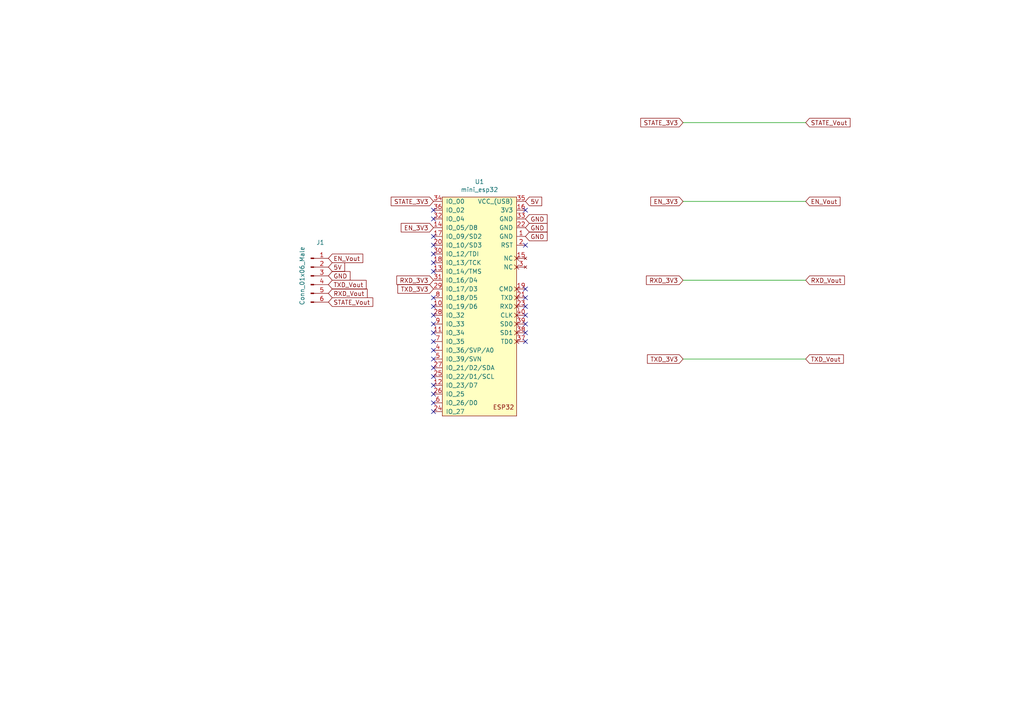
<source format=kicad_sch>
(kicad_sch (version 20211123) (generator eeschema)
  (paper "A4")
  (lib_symbols
    (symbol "Connector:Conn_01x06_Male" (pin_names (offset 1.016) hide)
      (property "Reference" "J" (at 0 7.62 0))
      (property "Value" "Conn_01x06_Male" (at 0 -10.16 0))
      (symbol "Conn_01x06_Male_1_1"
        (polyline (pts (xy 1.27 -7.62) (xy 0.8636 -7.62)) (stroke (width 0.1524)))
        (polyline (pts (xy 1.27 -5.08) (xy 0.8636 -5.08)) (stroke (width 0.1524)))
        (polyline (pts (xy 1.27 -2.54) (xy 0.8636 -2.54)) (stroke (width 0.1524)))
        (polyline (pts (xy 1.27 0) (xy 0.8636 0)) (stroke (width 0.1524)))
        (polyline (pts (xy 1.27 2.54) (xy 0.8636 2.54)) (stroke (width 0.1524)))
        (polyline (pts (xy 1.27 5.08) (xy 0.8636 5.08)) (stroke (width 0.1524)))
        (rectangle (start 0.8636 -7.493) (end 0 -7.747) (stroke (width 0.1524)) (fill (type outline)))
        (rectangle (start 0.8636 -4.953) (end 0 -5.207) (stroke (width 0.1524)) (fill (type outline)))
        (rectangle (start 0.8636 -2.413) (end 0 -2.667) (stroke (width 0.1524)) (fill (type outline)))
        (rectangle (start 0.8636 0.127) (end 0 -0.127) (stroke (width 0.1524)) (fill (type outline)))
        (rectangle (start 0.8636 2.667) (end 0 2.413) (stroke (width 0.1524)) (fill (type outline)))
        (rectangle (start 0.8636 5.207) (end 0 4.953) (stroke (width 0.1524)) (fill (type outline)))
        (pin passive line (at 5.08 5.08 180) (length 3.81) (name "Pin_1") (number "1"))
        (pin passive line (at 5.08 2.54 180) (length 3.81) (name "Pin_2") (number "2"))
        (pin passive line (at 5.08 0 180) (length 3.81) (name "Pin_3") (number "3"))
        (pin passive line (at 5.08 -2.54 180) (length 3.81) (name "Pin_4") (number "4"))
        (pin passive line (at 5.08 -5.08 180) (length 3.81) (name "Pin_5") (number "5"))
        (pin passive line (at 5.08 -7.62 180) (length 3.81) (name "Pin_6") (number "6"))
      )
    )
    (symbol "mk312ws-rescue:mini_esp32-ESP32_mini" (pin_names (offset 1.016))
      (property "Reference" "U" (at -7.62 -50.8 0))
      (property "Value" "mini_esp32-ESP32_mini" (at 5.08 -59.69 0))
      (symbol "mini_esp32-ESP32_mini_0_0"
        (text "ESP32" (at 7.62 -62.23 0) (effects (font (size 1.27 1.27))))
        (pin power_in line (at 13.97 -12.7 180) (length 2.54) (name "GND") (number "1"))
        (pin input line (at 13.97 -15.24 180) (length 2.54) (name "RST") (number "2"))
        (pin no_connect non_logic (at 13.97 -21.59 180) (length 2.54) (name "NC") (number "3"))
        (pin bidirectional line (at -12.7 -45.72 0) (length 2.54) (name "IO_36/SVP/A0") (number "4"))
        (pin bidirectional line (at -12.7 -48.26 0) (length 2.54) (name "IO_39/SVN") (number "5"))
      )
      (symbol "mini_esp32-ESP32_mini_0_1"
        (rectangle (start -10.16 -1.27) (end 11.43 -64.77) (fill (type background)))
      )
      (symbol "mini_esp32-ESP32_mini_1_1"
        (pin bidirectional line (at -12.7 -33.02 0) (length 2.54) (name "IO_19/D6") (number "10"))
        (pin bidirectional line (at -12.7 -40.64 0) (length 2.54) (name "IO_34") (number "11"))
        (pin bidirectional line (at -12.7 -55.88 0) (length 2.54) (name "IO_23/D7") (number "12"))
        (pin bidirectional line (at -12.7 -22.86 0) (length 2.54) (name "IO_14/TMS") (number "13"))
        (pin bidirectional line (at -12.7 -10.16 0) (length 2.54) (name "IO_05/D8") (number "14"))
        (pin no_connect non_logic (at 13.97 -19.05 180) (length 2.54) (name "NC") (number "15"))
        (pin power_in line (at 13.97 -5.08 180) (length 2.54) (name "3V3") (number "16"))
        (pin bidirectional line (at -12.7 -12.7 0) (length 2.54) (name "IO_09/SD2") (number "17"))
        (pin bidirectional line (at -12.7 -20.32 0) (length 2.54) (name "IO_13/TCK") (number "18"))
        (pin passive non_logic (at 13.97 -27.94 180) (length 2.54) (name "CMD") (number "19"))
        (pin bidirectional line (at -12.7 -15.24 0) (length 2.54) (name "IO_10/SD3") (number "20"))
        (pin passive non_logic (at 13.97 -30.48 180) (length 2.54) (name "TXD") (number "21"))
        (pin power_in line (at 13.97 -10.16 180) (length 2.54) (name "GND") (number "22"))
        (pin passive non_logic (at 13.97 -33.02 180) (length 2.54) (name "RXD") (number "23"))
        (pin bidirectional line (at -12.7 -63.5 0) (length 2.54) (name "IO_27") (number "24"))
        (pin bidirectional line (at -12.7 -53.34 0) (length 2.54) (name "IO_22/D1/SCL") (number "25"))
        (pin bidirectional line (at -12.7 -58.42 0) (length 2.54) (name "IO_25") (number "26"))
        (pin bidirectional line (at -12.7 -50.8 0) (length 2.54) (name "IO_21/D2/SDA") (number "27"))
        (pin bidirectional line (at -12.7 -35.56 0) (length 2.54) (name "IO_32") (number "28"))
        (pin bidirectional line (at -12.7 -27.94 0) (length 2.54) (name "IO_17/D3") (number "29"))
        (pin bidirectional line (at -12.7 -17.78 0) (length 2.54) (name "IO_12/TDI") (number "30"))
        (pin bidirectional line (at -12.7 -25.4 0) (length 2.54) (name "IO_16/D4") (number "31"))
        (pin bidirectional line (at -12.7 -7.62 0) (length 2.54) (name "IO_04") (number "32"))
        (pin power_in line (at 13.97 -7.62 180) (length 2.54) (name "GND") (number "33"))
        (pin bidirectional line (at -12.7 -2.54 0) (length 2.54) (name "IO_00") (number "34"))
        (pin power_in line (at 13.97 -2.54 180) (length 2.54) (name "VCC_(USB)") (number "35"))
        (pin bidirectional line (at -12.7 -5.08 0) (length 2.54) (name "IO_02") (number "36"))
        (pin passive non_logic (at 13.97 -43.18 180) (length 2.54) (name "TD0") (number "37"))
        (pin passive non_logic (at 13.97 -40.64 180) (length 2.54) (name "SD1") (number "38"))
        (pin passive non_logic (at 13.97 -38.1 180) (length 2.54) (name "SD0") (number "39"))
        (pin passive non_logic (at 13.97 -35.56 180) (length 2.54) (name "CLK") (number "40"))
        (pin bidirectional line (at -12.7 -60.96 0) (length 2.54) (name "IO_26/D0") (number "6"))
        (pin bidirectional line (at -12.7 -43.18 0) (length 2.54) (name "IO_35") (number "7"))
        (pin bidirectional line (at -12.7 -30.48 0) (length 2.54) (name "IO_18/D5") (number "8"))
        (pin bidirectional line (at -12.7 -38.1 0) (length 2.54) (name "IO_33") (number "9"))
      )
    )
  )
  (no_connect (at 152.4 96.52))
  (no_connect (at 125.73 104.14))
  (no_connect (at 125.73 60.96))
  (no_connect (at 125.73 76.2))
  (no_connect (at 152.4 86.36))
  (no_connect (at 152.4 91.44))
  (no_connect (at 125.73 99.06))
  (no_connect (at 125.73 109.22))
  (no_connect (at 152.4 60.96))
  (no_connect (at 125.73 91.44))
  (no_connect (at 125.73 78.74))
  (no_connect (at 125.73 111.76))
  (no_connect (at 125.73 71.12))
  (no_connect (at 152.4 99.06))
  (no_connect (at 125.73 96.52))
  (no_connect (at 125.73 73.66))
  (no_connect (at 125.73 63.5))
  (no_connect (at 152.4 71.12))
  (no_connect (at 152.4 83.82))
  (no_connect (at 125.73 119.38))
  (no_connect (at 152.4 88.9))
  (no_connect (at 125.73 68.58))
  (no_connect (at 152.4 93.98))
  (no_connect (at 125.73 114.3))
  (no_connect (at 125.73 106.68))
  (no_connect (at 125.73 101.6))
  (no_connect (at 125.73 86.36))
  (no_connect (at 125.73 93.98))
  (no_connect (at 125.73 116.84))
  (no_connect (at 125.73 88.9))
  (wire (pts (xy 198.12 81.28) (xy 233.68 81.28)))
  (wire (pts (xy 198.12 35.56) (xy 233.68 35.56)))
  (wire (pts (xy 198.12 104.14) (xy 233.68 104.14)))
  (wire (pts (xy 198.12 58.42) (xy 233.68 58.42)))
  (global_label "STATE_Vout" (shape input) (at 233.68 35.56 0) (property "Intersheet References" "${INTERSHEET_REFS}" (effects hide)))
  (global_label "RXD_3V3" (shape input) (at 198.12 81.28 180) (property "Intersheet References" "${INTERSHEET_REFS}" (effects hide)))
  (global_label "TXD_Vout" (shape input) (at 95.25 82.55 0) (property "Intersheet References" "${INTERSHEET_REFS}" (effects hide)))
  (global_label "STATE_3V3" (shape input) (at 198.12 35.56 180) (property "Intersheet References" "${INTERSHEET_REFS}" (effects hide)))
  (global_label "EN_3V3" (shape input) (at 125.73 66.04 180) (property "Intersheet References" "${INTERSHEET_REFS}" (effects hide)))
  (global_label "RXD_Vout" (shape input) (at 95.25 85.09 0) (property "Intersheet References" "${INTERSHEET_REFS}" (effects hide)))
  (global_label "EN_Vout" (shape input) (at 95.25 74.93 0) (property "Intersheet References" "${INTERSHEET_REFS}" (effects hide)))
  (global_label "5V" (shape input) (at 95.25 77.47 0) (property "Intersheet References" "${INTERSHEET_REFS}" (effects hide)))
  (global_label "RXD_Vout" (shape input) (at 233.68 81.28 0) (property "Intersheet References" "${INTERSHEET_REFS}" (effects hide)))
  (global_label "GND" (shape input) (at 95.25 80.01 0) (property "Intersheet References" "${INTERSHEET_REFS}" (effects hide)))
  (global_label "STATE_3V3" (shape input) (at 125.73 58.42 180) (property "Intersheet References" "${INTERSHEET_REFS}" (effects hide)))
  (global_label "GND" (shape input) (at 152.4 66.04 0) (property "Intersheet References" "${INTERSHEET_REFS}" (effects hide)))
  (global_label "STATE_Vout" (shape input) (at 95.25 87.63 0) (property "Intersheet References" "${INTERSHEET_REFS}" (effects hide)))
  (global_label "EN_3V3" (shape input) (at 198.12 58.42 180) (property "Intersheet References" "${INTERSHEET_REFS}" (effects hide)))
  (global_label "GND" (shape input) (at 152.4 68.58 0) (property "Intersheet References" "${INTERSHEET_REFS}" (effects hide)))
  (global_label "TXD_Vout" (shape input) (at 233.68 104.14 0) (property "Intersheet References" "${INTERSHEET_REFS}" (effects hide)))
  (global_label "EN_Vout" (shape input) (at 233.68 58.42 0) (property "Intersheet References" "${INTERSHEET_REFS}" (effects hide)))
  (global_label "TXD_3V3" (shape input) (at 198.12 104.14 180) (property "Intersheet References" "${INTERSHEET_REFS}" (effects hide)))
  (global_label "GND" (shape input) (at 152.4 63.5 0) (property "Intersheet References" "${INTERSHEET_REFS}" (effects hide)))
  (global_label "RXD_3V3" (shape input) (at 125.73 81.28 180) (property "Intersheet References" "${INTERSHEET_REFS}" (effects hide)))
  (global_label "TXD_3V3" (shape input) (at 125.73 83.82 180) (property "Intersheet References" "${INTERSHEET_REFS}" (effects hide)))
  (global_label "5V" (shape input) (at 152.4 58.42 0) (property "Intersheet References" "${INTERSHEET_REFS}" (effects hide)))
  (symbol (lib_id "Connector:Conn_01x06_Male") (at 90.17 80.01 0) (unit 1)
    (property "Reference" "J1" (at 92.9132 70.3326 0))
    (property "Value" "Conn_01x06_Male" (at 87.63 80.01 90))
    (property "Footprint" "Connector_PinHeader_2.54mm:PinHeader_1x06_P2.54mm_Horizontal" (effects hide))
  )
  (symbol (lib_id "mk312ws-rescue:mini_esp32-ESP32_mini") (at 138.43 55.88 0) (unit 1)
    (property "Reference" "U1" (at 139.065 52.705 0))
    (property "Value" "mini_esp32" (at 139.065 55.0164 0))
    (property "Footprint" "ESP32_mini:ESP32_mini" (effects hide))
  )
)
</source>
